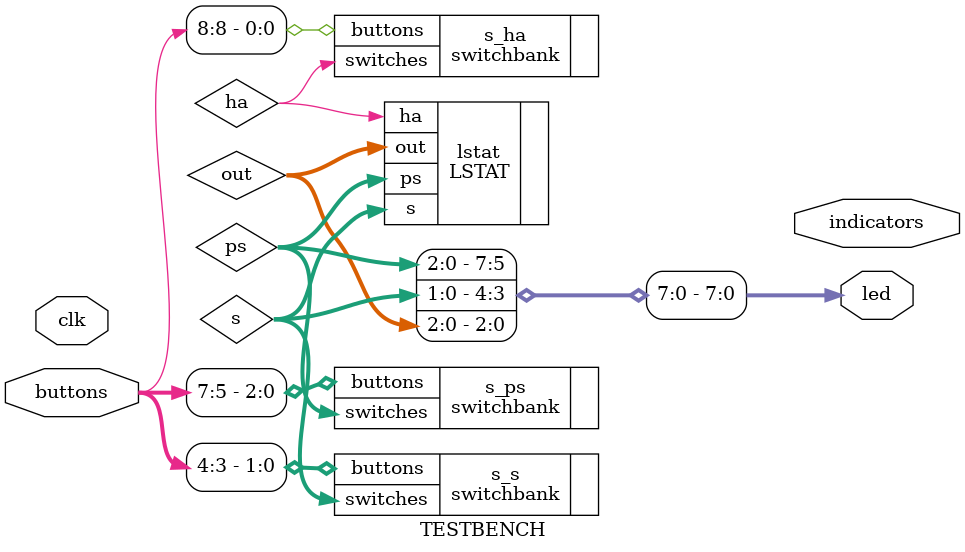
<source format=v>
`include "LSTAT.v"
`include "switchbank.v"
`include "clock.v"

module TESTBENCH (input clk, output [23:0] led, output [3:0] indicators, input [15:0] buttons);
	parameter WORD_LENGTH = 20;	// Number of bits per word

	// The encoding of the structure of an instruction
	parameter [8*3:0] INSTR_STRUCTURE = {8'd10, 8'd3, 8'd1, 8'd6};

	parameter INSTR_ADDR_LOC = 0;
	parameter INSTR_B_LOC = 1;
	parameter INSTR_SPARE_LOC = 2;
	parameter INSTR_FUNCTION_LOC = 3;


	// Parameterised parameters
	parameter INSTR_BITS = WORD_LENGTH;
		// Number of bits in the instruction immediate address
	parameter INSTR_ADDR_BITS = INSTR_STRUCTURE[8*INSTR_ADDR_LOC : (8*INSTR_ADDR_LOC)+8];
		// Number of bits to address the B-tubes
	parameter INSTR_B_BITS = INSTR_STRUCTURE[8*INSTR_B_LOC : (8*INSTR_B_LOC)+8];
		// Number of padding bits in the instruction
	parameter INSTR_SPARE_BITS = INSTR_STRUCTURE[8*INSTR_SPARE_LOC : (8*INSTR_SPARE_LOC)+8];
		// Number of function bits in the instruction
	parameter INSTR_FUNCTION_BITS = INSTR_STRUCTURE[8*INSTR_FUNCTION_LOC : (8*INST_FUNCTION_LOC)+8];

	reg [0:0] ha;
	reg [2:0] s;
	reg [2:0] ps;
	reg [2:0] out;

	
	// Create a switch to control ha
	switchbank #(.N(1)) s_ha (.buttons(buttons[8:8]), .switches(ha));
	//assign ha = buttons[8:8];

	// Switch bank for s
	switchbank #(.N(2)) s_s (.buttons(buttons[4:3]), .switches(s));
	//assign s = buttons[5:4];

	// Create a switch bank to control ps
	switchbank #(.N(3)) s_ps (.buttons(buttons[7:5]), .switches(ps));
	//assign ps = buttons[7:6];

	// Create the LSTAT component, with inputs ha, s, ps, and output out
	LSTAT #(.INSTR_BITS(2), .INSTR_L_BITS(3)) lstat (.s(s), .ps(ps), .ha(ha), .out(out));
	//FSTAT #(.INSTR_BITS(2), .INSTR_F_BITS(2)) lstat (.s(s), .ps(ps), .ha(ha), .out(out));

	// Tie each of the outputs to some LEDs for testing
	//assign led[0] = ha;
	assign led[7:5] = ps;
	assign led[4:3] = s;
	assign led[2:0] = out;

endmodule

</source>
